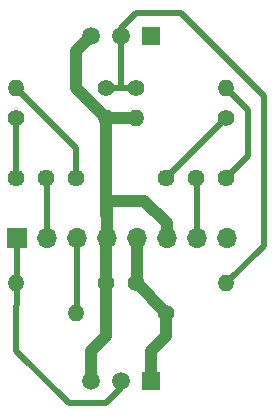
<source format=gbl>
G04 #@! TF.GenerationSoftware,KiCad,Pcbnew,7.0.8*
G04 #@! TF.CreationDate,2023-12-28T22:33:30+00:00*
G04 #@! TF.ProjectId,thermo_module,74686572-6d6f-45f6-9d6f-64756c652e6b,rev?*
G04 #@! TF.SameCoordinates,Original*
G04 #@! TF.FileFunction,Copper,L2,Bot*
G04 #@! TF.FilePolarity,Positive*
%FSLAX46Y46*%
G04 Gerber Fmt 4.6, Leading zero omitted, Abs format (unit mm)*
G04 Created by KiCad (PCBNEW 7.0.8) date 2023-12-28 22:33:30*
%MOMM*%
%LPD*%
G01*
G04 APERTURE LIST*
G04 #@! TA.AperFunction,ComponentPad*
%ADD10C,1.400000*%
G04 #@! TD*
G04 #@! TA.AperFunction,ComponentPad*
%ADD11O,1.400000X1.400000*%
G04 #@! TD*
G04 #@! TA.AperFunction,ComponentPad*
%ADD12R,1.500000X1.500000*%
G04 #@! TD*
G04 #@! TA.AperFunction,ComponentPad*
%ADD13C,1.500000*%
G04 #@! TD*
G04 #@! TA.AperFunction,ComponentPad*
%ADD14C,1.440000*%
G04 #@! TD*
G04 #@! TA.AperFunction,ComponentPad*
%ADD15R,1.700000X1.700000*%
G04 #@! TD*
G04 #@! TA.AperFunction,ComponentPad*
%ADD16O,1.700000X1.700000*%
G04 #@! TD*
G04 #@! TA.AperFunction,Conductor*
%ADD17C,0.500000*%
G04 #@! TD*
G04 #@! TA.AperFunction,Conductor*
%ADD18C,1.000000*%
G04 #@! TD*
G04 APERTURE END LIST*
D10*
X156845000Y-85725000D03*
D11*
X149225000Y-85725000D03*
D12*
X155585000Y-91440000D03*
D13*
X153045000Y-91440000D03*
X150505000Y-91440000D03*
D10*
X151765000Y-66675000D03*
D11*
X144145000Y-66675000D03*
D10*
X154305000Y-66675000D03*
D11*
X161925000Y-66675000D03*
D10*
X144145000Y-69215000D03*
D11*
X151765000Y-69215000D03*
D14*
X161925000Y-74295000D03*
X159385000Y-74295000D03*
X156845000Y-74295000D03*
D10*
X161925000Y-69215000D03*
D11*
X154305000Y-69215000D03*
D10*
X151765000Y-83185000D03*
D11*
X144145000Y-83185000D03*
D12*
X155575000Y-62230000D03*
D13*
X153035000Y-62230000D03*
X150495000Y-62230000D03*
D14*
X149225000Y-74295000D03*
X146685000Y-74295000D03*
X144145000Y-74295000D03*
D10*
X154305000Y-83185000D03*
D11*
X161925000Y-83185000D03*
D15*
X144160000Y-79375000D03*
D16*
X146700000Y-79375000D03*
X149240000Y-79375000D03*
X151780000Y-79375000D03*
X154320000Y-79375000D03*
X156860000Y-79375000D03*
X159400000Y-79375000D03*
X161940000Y-79375000D03*
D17*
X151765000Y-66675000D02*
X154305000Y-66675000D01*
X161925000Y-83185000D02*
X165100000Y-80010000D01*
X158115000Y-60325000D02*
X154305000Y-60325000D01*
X165100000Y-67310000D02*
X158115000Y-60325000D01*
X153035000Y-62230000D02*
X153035000Y-66675000D01*
X154305000Y-60325000D02*
X153035000Y-61595000D01*
X165100000Y-80010000D02*
X165100000Y-67310000D01*
D18*
X151765000Y-69215000D02*
X154305000Y-69215000D01*
X156860000Y-78116250D02*
X156860000Y-79375000D01*
X151780000Y-76200000D02*
X154943750Y-76200000D01*
X150495000Y-62230000D02*
X149225000Y-63500000D01*
X151780000Y-79375000D02*
X151780000Y-77470000D01*
X151765000Y-87635000D02*
X151765000Y-79390000D01*
X151765000Y-69215000D02*
X151765000Y-77455000D01*
X151765000Y-77455000D02*
X151780000Y-77470000D01*
X150505000Y-91440000D02*
X150505000Y-88895000D01*
X151780000Y-77470000D02*
X151780000Y-76200000D01*
X149225000Y-63500000D02*
X149225000Y-66675000D01*
X150505000Y-88895000D02*
X151765000Y-87635000D01*
X149225000Y-66675000D02*
X151765000Y-69215000D01*
X154943750Y-76200000D02*
X156860000Y-78116250D01*
X154320000Y-83200000D02*
X154320000Y-79375000D01*
X156845000Y-85725000D02*
X154320000Y-83200000D01*
X155585000Y-88890000D02*
X156845000Y-87630000D01*
X155585000Y-91440000D02*
X155585000Y-88890000D01*
X156845000Y-87630000D02*
X156845000Y-85725000D01*
D17*
X144145000Y-88900000D02*
X148590000Y-93345000D01*
X144160000Y-85075000D02*
X144145000Y-85090000D01*
X151765000Y-93345000D02*
X153045000Y-92065000D01*
X144160000Y-79375000D02*
X144160000Y-85075000D01*
X148590000Y-93345000D02*
X151765000Y-93345000D01*
X144145000Y-85090000D02*
X144145000Y-88900000D01*
X153045000Y-92065000D02*
X153045000Y-91430000D01*
X146700000Y-79375000D02*
X146700000Y-74310000D01*
X149240000Y-85710000D02*
X149240000Y-79375000D01*
X159400000Y-79375000D02*
X159400000Y-74310000D01*
X144145000Y-66675000D02*
X149225000Y-71755000D01*
X149225000Y-71755000D02*
X149225000Y-74295000D01*
X144145000Y-74295000D02*
X144145000Y-69215000D01*
X163765000Y-68515000D02*
X163765000Y-72455000D01*
X161925000Y-66675000D02*
X163765000Y-68515000D01*
X163765000Y-72455000D02*
X161925000Y-74295000D01*
X156845000Y-74295000D02*
X161925000Y-69215000D01*
M02*

</source>
